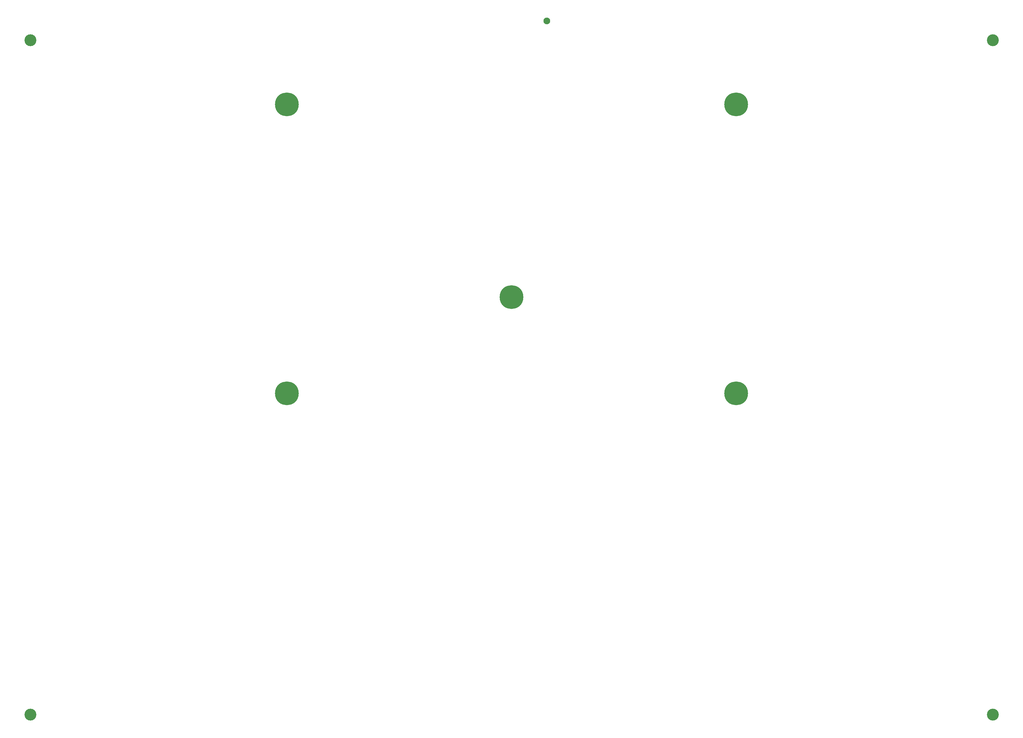
<source format=gbr>
G04 #@! TF.GenerationSoftware,KiCad,Pcbnew,8.0.3*
G04 #@! TF.CreationDate,2024-08-17T21:49:42+09:00*
G04 #@! TF.ProjectId,mainboard_top_plate,6d61696e-626f-4617-9264-5f746f705f70,rev?*
G04 #@! TF.SameCoordinates,Original*
G04 #@! TF.FileFunction,Soldermask,Bot*
G04 #@! TF.FilePolarity,Negative*
%FSLAX46Y46*%
G04 Gerber Fmt 4.6, Leading zero omitted, Abs format (unit mm)*
G04 Created by KiCad (PCBNEW 8.0.3) date 2024-08-17 21:49:42*
%MOMM*%
%LPD*%
G01*
G04 APERTURE LIST*
%ADD10C,0.800000*%
%ADD11C,7.400000*%
%ADD12C,3.700000*%
%ADD13C,2.100000*%
G04 APERTURE END LIST*
D10*
G04 #@! TO.C,H4*
X137225000Y-160000000D03*
X138037779Y-158037779D03*
X138037779Y-161962221D03*
X140000000Y-157225000D03*
D11*
X140000000Y-160000000D03*
D10*
X140000000Y-162775000D03*
X141962221Y-158037779D03*
X141962221Y-161962221D03*
X142775000Y-160000000D03*
G04 #@! TD*
D12*
G04 #@! TO.C,REF\u002A\u002A*
X60000000Y-50000000D03*
G04 #@! TD*
G04 #@! TO.C,REF\u002A\u002A*
X360000000Y-260000000D03*
G04 #@! TD*
D10*
G04 #@! TO.C,H2*
X277225000Y-70000000D03*
X278037779Y-68037779D03*
X278037779Y-71962221D03*
X280000000Y-67225000D03*
D11*
X280000000Y-70000000D03*
D10*
X280000000Y-72775000D03*
X281962221Y-68037779D03*
X281962221Y-71962221D03*
X282775000Y-70000000D03*
G04 #@! TD*
D13*
G04 #@! TO.C,*
X221000000Y-44000000D03*
G04 #@! TD*
D10*
G04 #@! TO.C,H1*
X137225000Y-70000000D03*
X138037779Y-68037779D03*
X138037779Y-71962221D03*
X140000000Y-67225000D03*
D11*
X140000000Y-70000000D03*
D10*
X140000000Y-72775000D03*
X141962221Y-68037779D03*
X141962221Y-71962221D03*
X142775000Y-70000000D03*
G04 #@! TD*
G04 #@! TO.C,H5*
X277225000Y-160000000D03*
X278037779Y-158037779D03*
X278037779Y-161962221D03*
X280000000Y-157225000D03*
D11*
X280000000Y-160000000D03*
D10*
X280000000Y-162775000D03*
X281962221Y-158037779D03*
X281962221Y-161962221D03*
X282775000Y-160000000D03*
G04 #@! TD*
G04 #@! TO.C,H3*
X207225000Y-130000000D03*
X208037779Y-128037779D03*
X208037779Y-131962221D03*
X210000000Y-127225000D03*
D11*
X210000000Y-130000000D03*
D10*
X210000000Y-132775000D03*
X211962221Y-128037779D03*
X211962221Y-131962221D03*
X212775000Y-130000000D03*
G04 #@! TD*
D12*
G04 #@! TO.C,REF\u002A\u002A*
X60000000Y-260000000D03*
G04 #@! TD*
G04 #@! TO.C,REF\u002A\u002A*
X360000000Y-50000000D03*
G04 #@! TD*
M02*

</source>
